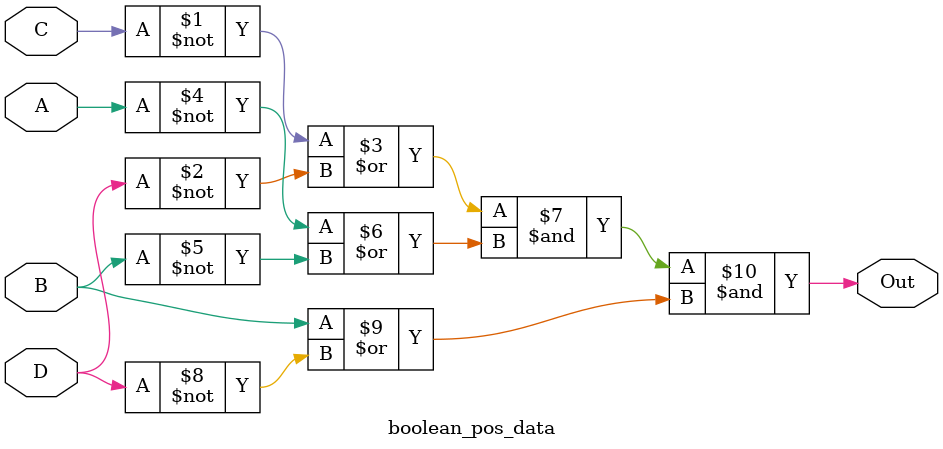
<source format=v>
module boolean_pos_data(A, B, C, D, Out);
  input A, B, C, D;
  output Out;
  
  assign Out = (~C | ~D) & (~A | ~B) & (B | ~D);
endmodule
</source>
